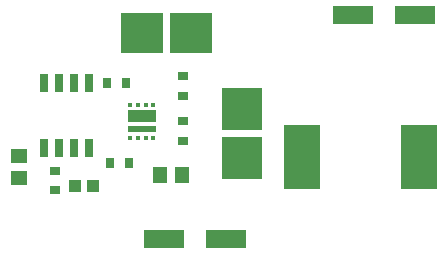
<source format=gbr>
%FSLAX23Y23*%
%MOIN*%
%SFA1B1*%

%IPPOS*%
%ADD14R,0.035433X0.027559*%
%ADD15R,0.039370X0.039370*%
%ADD16R,0.027559X0.035433*%
%ADD17R,0.139764X0.137795*%
%ADD18R,0.137795X0.139764*%
%ADD19R,0.051181X0.057087*%
%ADD20R,0.017716X0.017716*%
%ADD21R,0.096457X0.040787*%
%ADD22R,0.096457X0.022126*%
%ADD23R,0.057087X0.051181*%
%ADD24R,0.027559X0.060039*%
%ADD25R,0.137795X0.062992*%
%ADD26R,0.122047X0.212598*%
%LNpcb1_paste_top-1*%
%LPD*%
G54D14*
X3312Y3457D03*
Y3392D03*
X3740Y3622D03*
Y3556D03*
Y3772D03*
Y3707D03*
G54D15*
X3381Y3405D03*
X3439D03*
G54D16*
X3485Y3751D03*
X3550D03*
X3495Y3484D03*
X3560D03*
G54D17*
X3765Y3917D03*
X3602D03*
G54D18*
X3937Y3500D03*
Y3664D03*
G54D19*
X3737Y3444D03*
X3664D03*
G54D20*
X3563Y3567D03*
X3589D03*
X3615D03*
X3640D03*
Y3676D03*
X3615D03*
X3589D03*
X3563D03*
G54D21*
X3602Y3639D03*
G54D22*
X3602Y3595D03*
G54D23*
X3194Y3432D03*
Y3505D03*
G54D24*
X3276Y3748D03*
X3326D03*
X3376D03*
X3426D03*
Y3534D03*
X3376D03*
X3326D03*
X3276D03*
G54D25*
X4305Y3976D03*
X4513D03*
X3883Y3228D03*
X3675D03*
G54D26*
X4135Y3503D03*
X4525D03*
M02*
</source>
